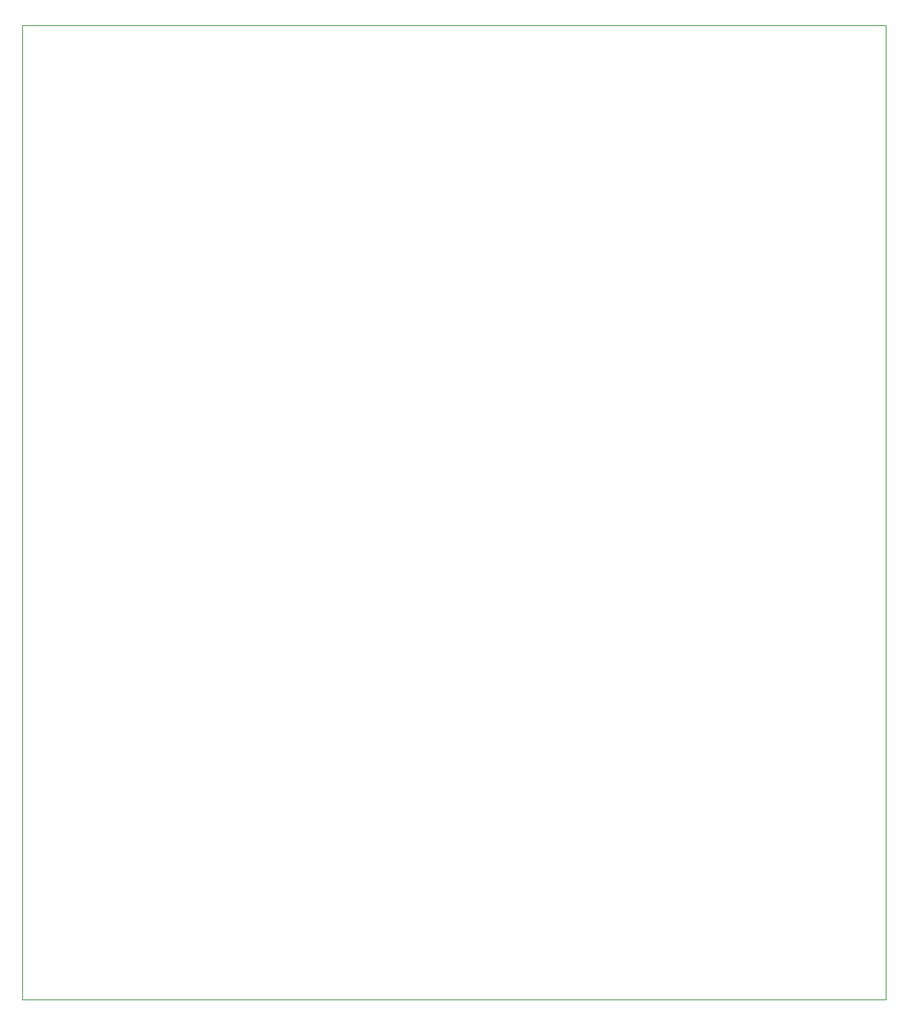
<source format=gbr>
%TF.GenerationSoftware,KiCad,Pcbnew,8.0.8-8.0.8-0~ubuntu24.04.1*%
%TF.CreationDate,2025-02-05T15:43:02+00:00*%
%TF.ProjectId,integrated_board,696e7465-6772-4617-9465-645f626f6172,rev?*%
%TF.SameCoordinates,Original*%
%TF.FileFunction,Profile,NP*%
%FSLAX46Y46*%
G04 Gerber Fmt 4.6, Leading zero omitted, Abs format (unit mm)*
G04 Created by KiCad (PCBNEW 8.0.8-8.0.8-0~ubuntu24.04.1) date 2025-02-05 15:43:02*
%MOMM*%
%LPD*%
G01*
G04 APERTURE LIST*
%TA.AperFunction,Profile*%
%ADD10C,0.100000*%
%TD*%
G04 APERTURE END LIST*
D10*
X94500000Y-40000000D02*
X193000000Y-40000000D01*
X193000000Y-151000000D01*
X94500000Y-151000000D01*
X94500000Y-40000000D01*
M02*

</source>
